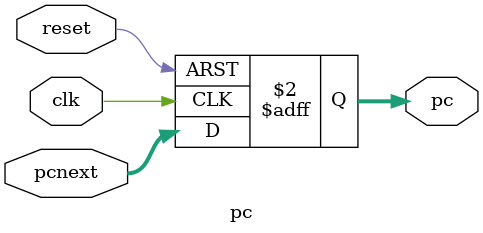
<source format=v>
module pc (
    input clk, reset,
    input [31:0] pcnext,
    output reg [31:0] pc
);
    always @(posedge clk or posedge reset) begin
        if (reset) pc <= 32'd0;
        else pc <= pcnext;
    end
endmodule
</source>
